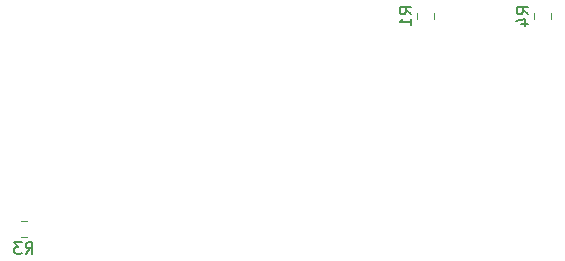
<source format=gbr>
G04 #@! TF.GenerationSoftware,KiCad,Pcbnew,(5.1.2)-2*
G04 #@! TF.CreationDate,2019-07-02T12:48:51+07:00*
G04 #@! TF.ProjectId,weather,77656174-6865-4722-9e6b-696361645f70,rev?*
G04 #@! TF.SameCoordinates,Original*
G04 #@! TF.FileFunction,Legend,Bot*
G04 #@! TF.FilePolarity,Positive*
%FSLAX46Y46*%
G04 Gerber Fmt 4.6, Leading zero omitted, Abs format (unit mm)*
G04 Created by KiCad (PCBNEW (5.1.2)-2) date 2019-07-02 12:48:51*
%MOMM*%
%LPD*%
G04 APERTURE LIST*
%ADD10C,0.120000*%
%ADD11C,0.150000*%
G04 APERTURE END LIST*
D10*
X109272000Y-73401422D02*
X109272000Y-73918578D01*
X110692000Y-73401422D02*
X110692000Y-73918578D01*
X75687422Y-90984000D02*
X76204578Y-90984000D01*
X75687422Y-92404000D02*
X76204578Y-92404000D01*
X119178000Y-73401422D02*
X119178000Y-73918578D01*
X120598000Y-73401422D02*
X120598000Y-73918578D01*
D11*
X108784380Y-73493333D02*
X108308190Y-73160000D01*
X108784380Y-72921904D02*
X107784380Y-72921904D01*
X107784380Y-73302857D01*
X107832000Y-73398095D01*
X107879619Y-73445714D01*
X107974857Y-73493333D01*
X108117714Y-73493333D01*
X108212952Y-73445714D01*
X108260571Y-73398095D01*
X108308190Y-73302857D01*
X108308190Y-72921904D01*
X108784380Y-74445714D02*
X108784380Y-73874285D01*
X108784380Y-74160000D02*
X107784380Y-74160000D01*
X107927238Y-74064761D01*
X108022476Y-73969523D01*
X108070095Y-73874285D01*
X76112666Y-93796380D02*
X76446000Y-93320190D01*
X76684095Y-93796380D02*
X76684095Y-92796380D01*
X76303142Y-92796380D01*
X76207904Y-92844000D01*
X76160285Y-92891619D01*
X76112666Y-92986857D01*
X76112666Y-93129714D01*
X76160285Y-93224952D01*
X76207904Y-93272571D01*
X76303142Y-93320190D01*
X76684095Y-93320190D01*
X75779333Y-92796380D02*
X75160285Y-92796380D01*
X75493619Y-93177333D01*
X75350761Y-93177333D01*
X75255523Y-93224952D01*
X75207904Y-93272571D01*
X75160285Y-93367809D01*
X75160285Y-93605904D01*
X75207904Y-93701142D01*
X75255523Y-93748761D01*
X75350761Y-93796380D01*
X75636476Y-93796380D01*
X75731714Y-93748761D01*
X75779333Y-93701142D01*
X118690380Y-73493333D02*
X118214190Y-73160000D01*
X118690380Y-72921904D02*
X117690380Y-72921904D01*
X117690380Y-73302857D01*
X117738000Y-73398095D01*
X117785619Y-73445714D01*
X117880857Y-73493333D01*
X118023714Y-73493333D01*
X118118952Y-73445714D01*
X118166571Y-73398095D01*
X118214190Y-73302857D01*
X118214190Y-72921904D01*
X118023714Y-74350476D02*
X118690380Y-74350476D01*
X117642761Y-74112380D02*
X118357047Y-73874285D01*
X118357047Y-74493333D01*
M02*

</source>
